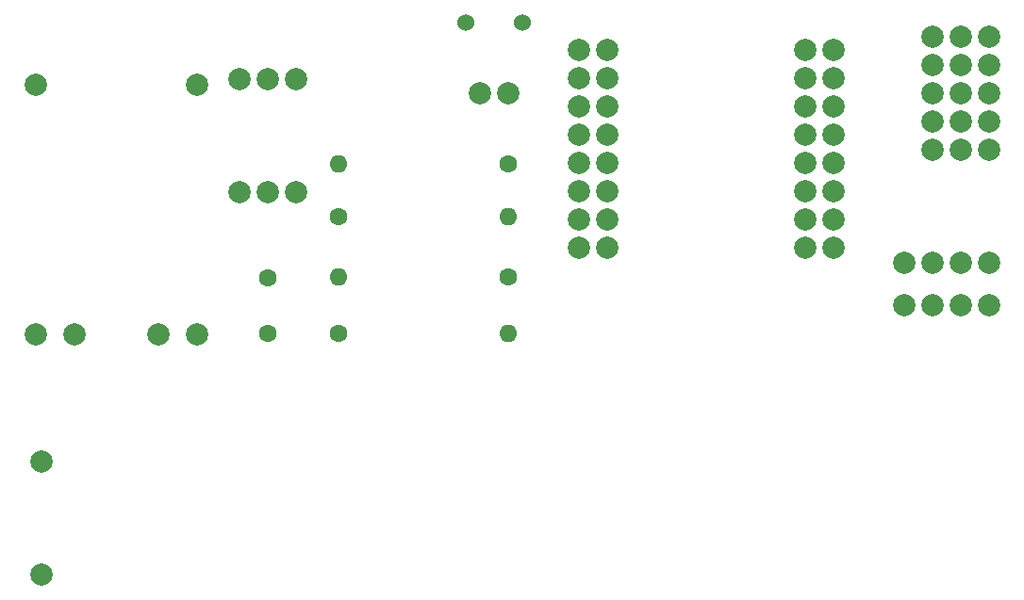
<source format=gbr>
%TF.GenerationSoftware,KiCad,Pcbnew,8.0.8-8.0.8-0~ubuntu24.10.1*%
%TF.CreationDate,2025-03-16T16:58:16+01:00*%
%TF.ProjectId,nimbus_pcb_2,6e696d62-7573-45f7-9063-625f322e6b69,rev?*%
%TF.SameCoordinates,Original*%
%TF.FileFunction,Soldermask,Bot*%
%TF.FilePolarity,Negative*%
%FSLAX46Y46*%
G04 Gerber Fmt 4.6, Leading zero omitted, Abs format (unit mm)*
G04 Created by KiCad (PCBNEW 8.0.8-8.0.8-0~ubuntu24.10.1) date 2025-03-16 16:58:16*
%MOMM*%
%LPD*%
G01*
G04 APERTURE LIST*
%ADD10C,2.000000*%
%ADD11C,1.600000*%
%ADD12O,1.600000X1.600000*%
%ADD13C,1.524000*%
G04 APERTURE END LIST*
D10*
%TO.C,U5*%
X152400000Y-114300000D03*
X154940000Y-114300000D03*
X157480000Y-114300000D03*
%TD*%
%TO.C,U4*%
X152400000Y-111760000D03*
X154940000Y-111760000D03*
X157480000Y-111760000D03*
%TD*%
%TO.C,U3*%
X152400000Y-109220000D03*
X154940000Y-109220000D03*
X157480000Y-109220000D03*
%TD*%
%TO.C,U2*%
X152400000Y-106680000D03*
X154940000Y-106680000D03*
X157480000Y-106680000D03*
%TD*%
D11*
%TO.C,R2*%
X114300000Y-125730000D03*
D12*
X99060000Y-125730000D03*
%TD*%
D10*
%TO.C,Solar_charger1*%
X75360000Y-130940000D03*
X71860000Y-130940000D03*
X86360000Y-130940000D03*
X82860000Y-130940000D03*
X71860000Y-108440000D03*
X86360000Y-108440000D03*
%TD*%
%TO.C,battery1*%
X72390000Y-152490000D03*
X72390000Y-142330000D03*
%TD*%
%TO.C,solar_panel1*%
X111760000Y-109220000D03*
X114300000Y-109220000D03*
%TD*%
%TO.C,i2c_breakout_1*%
X149860000Y-124460000D03*
X152400000Y-124460000D03*
X154940000Y-124460000D03*
X157480000Y-124460000D03*
%TD*%
D13*
%TO.C,Reset1*%
X110490000Y-102870000D03*
X115570000Y-102870000D03*
%TD*%
D11*
%TO.C,R4*%
X114300000Y-115570000D03*
D12*
X99060000Y-115570000D03*
%TD*%
D11*
%TO.C,R3*%
X99060000Y-120320000D03*
D12*
X114300000Y-120320000D03*
%TD*%
D10*
%TO.C,i2c_breakout_2*%
X149860000Y-128270000D03*
X152400000Y-128270000D03*
X154940000Y-128270000D03*
X157480000Y-128270000D03*
%TD*%
D11*
%TO.C,C1*%
X92710000Y-130830000D03*
X92710000Y-125830000D03*
%TD*%
D10*
%TO.C,esp32s2*%
X143510000Y-105310000D03*
X140970000Y-105310000D03*
X143510000Y-107850000D03*
X140970000Y-107850000D03*
X143510000Y-110390000D03*
X140970000Y-110390000D03*
X143510000Y-112930000D03*
X140970000Y-112930000D03*
X143510000Y-115470000D03*
X140970000Y-115470000D03*
X143510000Y-118010000D03*
X140970000Y-118010000D03*
X143510000Y-120550000D03*
X140970000Y-120550000D03*
X143510000Y-123090000D03*
X140970000Y-123090000D03*
X123190000Y-105310000D03*
X120650000Y-105310000D03*
X123190000Y-107850000D03*
X120650000Y-107850000D03*
X123190000Y-110390000D03*
X120650000Y-110390000D03*
X123190000Y-112930000D03*
X120650000Y-112930000D03*
X123190000Y-115470000D03*
X120650000Y-115470000D03*
X123190000Y-118010000D03*
X120650000Y-118010000D03*
X123190000Y-120550000D03*
X120650000Y-120550000D03*
X123190000Y-123090000D03*
X120650000Y-123090000D03*
%TD*%
%TO.C,ht1*%
X90170000Y-118110000D03*
X92710000Y-118110000D03*
X95250000Y-118110000D03*
%TD*%
%TO.C,ht2*%
X90170000Y-107950000D03*
X92710000Y-107950000D03*
X95250000Y-107950000D03*
%TD*%
D11*
%TO.C,R1*%
X99060000Y-130810000D03*
D12*
X114300000Y-130810000D03*
%TD*%
D10*
%TO.C,U1*%
X152400000Y-104140000D03*
X154940000Y-104140000D03*
X157480000Y-104140000D03*
%TD*%
M02*

</source>
